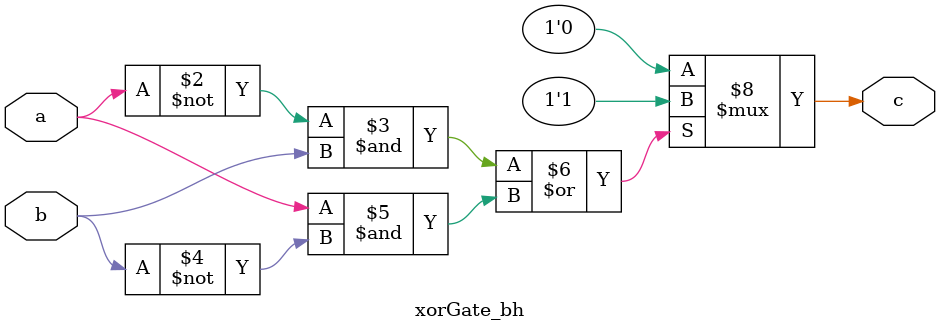
<source format=v>
module xorGate_bh(input a,b, output reg c);
    always @(*) begin
        if ((~a & b) | (a & ~b)) //check if exactly one of the inputs is 1
        c = 1; // if condition is true, output is 1
        else
        c = 0; // if condition is false, output is 0
    end
endmodule
</source>
